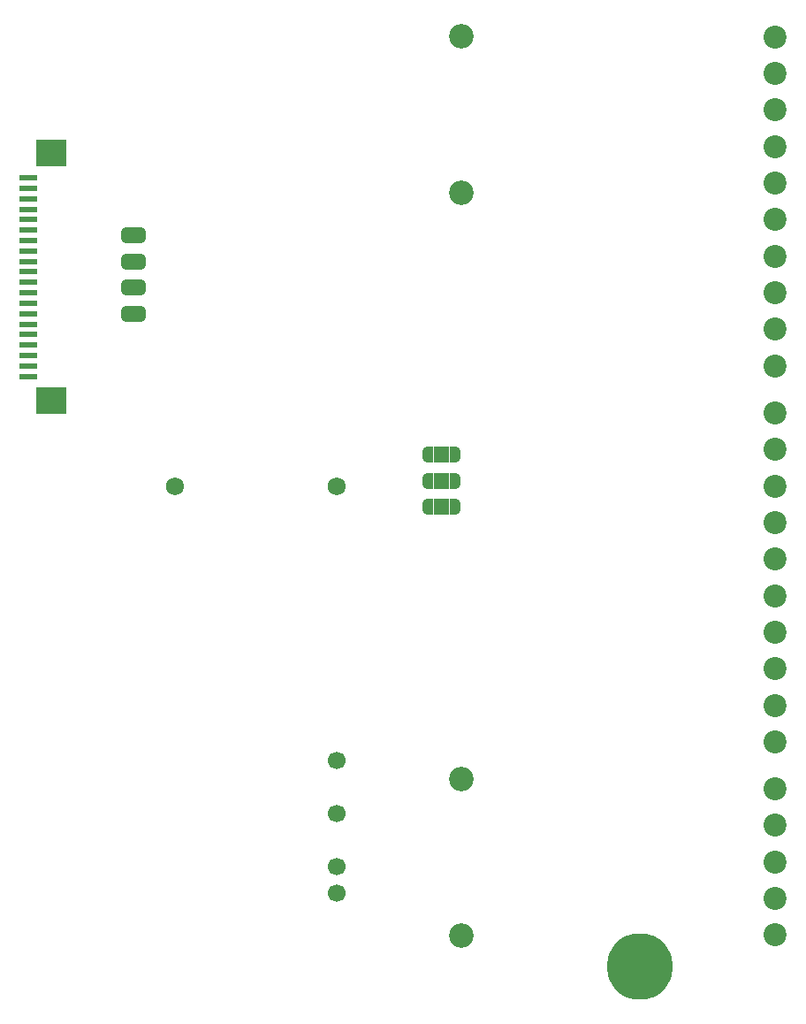
<source format=gbr>
%TF.GenerationSoftware,KiCad,Pcbnew,9.0.3*%
%TF.CreationDate,2025-09-01T09:15:08+03:00*%
%TF.ProjectId,PMCNV-DQ16src,504d434e-562d-4445-9131-367372632e6b,rev?*%
%TF.SameCoordinates,Original*%
%TF.FileFunction,Soldermask,Bot*%
%TF.FilePolarity,Negative*%
%FSLAX46Y46*%
G04 Gerber Fmt 4.6, Leading zero omitted, Abs format (unit mm)*
G04 Created by KiCad (PCBNEW 9.0.3) date 2025-09-01 09:15:08*
%MOMM*%
%LPD*%
G01*
G04 APERTURE LIST*
G04 Aperture macros list*
%AMFreePoly0*
4,1,23,0.550000,-0.750000,0.000000,-0.750000,0.000000,-0.745722,-0.065263,-0.745722,-0.191342,-0.711940,-0.304381,-0.646677,-0.396677,-0.554381,-0.461940,-0.441342,-0.495722,-0.315263,-0.495722,-0.250000,-0.500000,-0.250000,-0.500000,0.250000,-0.495722,0.250000,-0.495722,0.315263,-0.461940,0.441342,-0.396677,0.554381,-0.304381,0.646677,-0.191342,0.711940,-0.065263,0.745722,0.000000,0.745722,
0.000000,0.750000,0.550000,0.750000,0.550000,-0.750000,0.550000,-0.750000,$1*%
%AMFreePoly1*
4,1,23,0.000000,0.745722,0.065263,0.745722,0.191342,0.711940,0.304381,0.646677,0.396677,0.554381,0.461940,0.441342,0.495722,0.315263,0.495722,0.250000,0.500000,0.250000,0.500000,-0.250000,0.495722,-0.250000,0.495722,-0.315263,0.461940,-0.441342,0.396677,-0.554381,0.304381,-0.646677,0.191342,-0.711940,0.065263,-0.745722,0.000000,-0.745722,0.000000,-0.750000,-0.550000,-0.750000,
-0.550000,0.750000,0.000000,0.750000,0.000000,0.745722,0.000000,0.745722,$1*%
%AMFreePoly2*
4,1,23,0.500000,-0.750000,0.000000,-0.750000,0.000000,-0.745722,-0.065263,-0.745722,-0.191342,-0.711940,-0.304381,-0.646677,-0.396677,-0.554381,-0.461940,-0.441342,-0.495722,-0.315263,-0.495722,-0.250000,-0.500000,-0.250000,-0.500000,0.250000,-0.495722,0.250000,-0.495722,0.315263,-0.461940,0.441342,-0.396677,0.554381,-0.304381,0.646677,-0.191342,0.711940,-0.065263,0.745722,0.000000,0.745722,
0.000000,0.750000,0.500000,0.750000,0.500000,-0.750000,0.500000,-0.750000,$1*%
%AMFreePoly3*
4,1,23,0.000000,0.745722,0.065263,0.745722,0.191342,0.711940,0.304381,0.646677,0.396677,0.554381,0.461940,0.441342,0.495722,0.315263,0.495722,0.250000,0.500000,0.250000,0.500000,-0.250000,0.495722,-0.250000,0.495722,-0.315263,0.461940,-0.441342,0.396677,-0.554381,0.304381,-0.646677,0.191342,-0.711940,0.065263,-0.745722,0.000000,-0.745722,0.000000,-0.750000,-0.500000,-0.750000,
-0.500000,0.750000,0.000000,0.750000,0.000000,0.745722,0.000000,0.745722,$1*%
G04 Aperture macros list end*
%ADD10C,2.200000*%
%ADD11C,2.350000*%
%ADD12C,1.700000*%
%ADD13O,6.350000X6.350000*%
%ADD14C,1.725000*%
%ADD15FreePoly0,180.000000*%
%ADD16R,1.000000X1.500000*%
%ADD17FreePoly1,180.000000*%
%ADD18FreePoly2,0.000000*%
%ADD19FreePoly3,0.000000*%
%ADD20R,1.800000X0.600000*%
%ADD21R,3.000000X2.600000*%
G04 APERTURE END LIST*
%TO.C,JP5*%
G36*
X3750000Y3750000D02*
G01*
X2250000Y3750000D01*
X2250000Y2250000D01*
X3750000Y2250000D01*
X3750000Y3750000D01*
G37*
%TO.C,JP1*%
G36*
X-26650000Y23250000D02*
G01*
X-26350000Y23250000D01*
X-26350000Y24750000D01*
X-26650000Y24750000D01*
X-26650000Y23250000D01*
G37*
%TO.C,JP2*%
G36*
X-26650000Y20750000D02*
G01*
X-26350000Y20750000D01*
X-26350000Y22250000D01*
X-26650000Y22250000D01*
X-26650000Y20750000D01*
G37*
%TO.C,JP6*%
G36*
X3750000Y1250000D02*
G01*
X2250000Y1250000D01*
X2250000Y-250000D01*
X3750000Y-250000D01*
X3750000Y1250000D01*
G37*
%TO.C,JP7*%
G36*
X3750000Y-1250000D02*
G01*
X2250000Y-1250000D01*
X2250000Y-2750000D01*
X3750000Y-2750000D01*
X3750000Y-1250000D01*
G37*
%TO.C,JP3*%
G36*
X-26650000Y18250000D02*
G01*
X-26350000Y18250000D01*
X-26350000Y19750000D01*
X-26650000Y19750000D01*
X-26650000Y18250000D01*
G37*
%TO.C,JP4*%
G36*
X-26650000Y15750000D02*
G01*
X-26350000Y15750000D01*
X-26350000Y17250000D01*
X-26650000Y17250000D01*
X-26650000Y15750000D01*
G37*
%TD*%
D10*
%TO.C,J6*%
X35000000Y-43000000D03*
X35000000Y-39500000D03*
X35000000Y-36000000D03*
X35000000Y-32500000D03*
X35000000Y-29000000D03*
%TD*%
%TO.C,J5*%
X35000000Y-24500000D03*
X35000000Y-21000000D03*
X35000000Y-17500000D03*
X35000000Y-14000000D03*
X35000000Y-10500000D03*
X35000000Y-7000000D03*
X35000000Y-3500000D03*
X35000000Y0D03*
X35000000Y3500000D03*
X35000000Y7000000D03*
%TD*%
%TO.C,J3*%
X35000000Y11500000D03*
X35000000Y15000000D03*
X35000000Y18500000D03*
X35000000Y22000000D03*
X35000000Y25500000D03*
X35000000Y29000000D03*
X35000000Y32500000D03*
X35000000Y36000000D03*
X35000000Y39500000D03*
X35000000Y43000000D03*
%TD*%
D11*
%TO.C,U8*%
X4920000Y28060000D03*
X4920000Y43060000D03*
%TD*%
%TO.C,U9*%
X4920000Y-28060000D03*
X4920000Y-43060000D03*
%TD*%
D12*
%TO.C,PS1*%
X-7000000Y-39000000D03*
X-7000000Y-36460000D03*
X-7000000Y-31380000D03*
X-7000000Y-26300000D03*
%TD*%
D13*
%TO.C,PE1*%
X22000000Y-46000000D03*
%TD*%
D14*
%TO.C,U2*%
X-22500000Y0D03*
%TD*%
%TO.C,U5*%
X-7000000Y0D03*
%TD*%
D15*
%TO.C,JP5*%
X4300000Y3000000D03*
D16*
X3000000Y3000000D03*
D17*
X1700000Y3000000D03*
%TD*%
D18*
%TO.C,JP1*%
X-27150000Y24000000D03*
D19*
X-25850000Y24000000D03*
%TD*%
D18*
%TO.C,JP2*%
X-27150000Y21500000D03*
D19*
X-25850000Y21500000D03*
%TD*%
D20*
%TO.C,JM2*%
X-36546000Y29500000D03*
X-36546000Y28500000D03*
X-36546000Y27500000D03*
X-36546000Y26500000D03*
X-36546000Y25500000D03*
X-36546000Y24500000D03*
X-36546000Y23500000D03*
X-36546000Y22500000D03*
X-36546000Y21500000D03*
X-36546000Y20500000D03*
X-36546000Y19500000D03*
X-36546000Y18500000D03*
X-36546000Y17500000D03*
X-36546000Y16500000D03*
X-36546000Y15500000D03*
X-36546000Y14500000D03*
X-36546000Y13500000D03*
X-36546000Y12500000D03*
X-36546000Y11500000D03*
X-36546000Y10500000D03*
D21*
X-34375000Y31850000D03*
X-34375000Y8150000D03*
%TD*%
D15*
%TO.C,JP6*%
X4300000Y500000D03*
D16*
X3000000Y500000D03*
D17*
X1700000Y500000D03*
%TD*%
D15*
%TO.C,JP7*%
X4300000Y-2000000D03*
D16*
X3000000Y-2000000D03*
D17*
X1700000Y-2000000D03*
%TD*%
D18*
%TO.C,JP3*%
X-27150000Y19000000D03*
D19*
X-25850000Y19000000D03*
%TD*%
D18*
%TO.C,JP4*%
X-27150000Y16500000D03*
D19*
X-25850000Y16500000D03*
%TD*%
M02*

</source>
